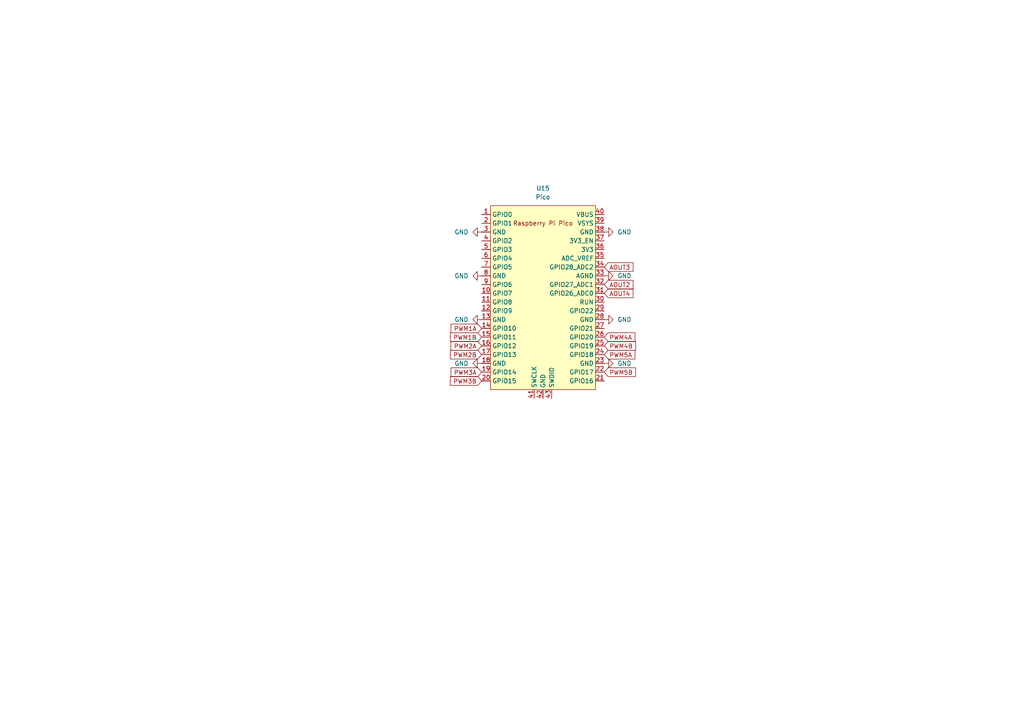
<source format=kicad_sch>
(kicad_sch (version 20231120) (generator "eeschema") (generator_version "8.0")
  (paper "A4")
  (lib_symbols
    (symbol "MCU_RaspberryPi_and_Boards:Pico"
      (property "Reference" "U" (at -13.97 27.94 0))
      (property "Value" "Pico" (at 0 19.05 0))
      (symbol "Pico_0_0"
        (text "Raspberry Pi Pico" (at 0 21.59 0) (effects (font (size 1.27 1.27))))
      )
      (symbol "Pico_0_1"
        (rectangle (start -15.24 26.67) (end 15.24 -26.67) (fill (type background)))
      )
      (symbol "Pico_1_1"
        (pin bidirectional line (at -17.78 24.13 0) (length 2.54) (name "GPIO0") (number "1"))
        (pin bidirectional line (at -17.78 1.27 0) (length 2.54) (name "GPIO7") (number "10"))
        (pin bidirectional line (at -17.78 -1.27 0) (length 2.54) (name "GPIO8") (number "11"))
        (pin bidirectional line (at -17.78 -3.81 0) (length 2.54) (name "GPIO9") (number "12"))
        (pin power_in line (at -17.78 -6.35 0) (length 2.54) (name "GND") (number "13"))
        (pin bidirectional line (at -17.78 -8.89 0) (length 2.54) (name "GPIO10") (number "14"))
        (pin bidirectional line (at -17.78 -11.43 0) (length 2.54) (name "GPIO11") (number "15"))
        (pin bidirectional line (at -17.78 -13.97 0) (length 2.54) (name "GPIO12") (number "16"))
        (pin bidirectional line (at -17.78 -16.51 0) (length 2.54) (name "GPIO13") (number "17"))
        (pin power_in line (at -17.78 -19.05 0) (length 2.54) (name "GND") (number "18"))
        (pin bidirectional line (at -17.78 -21.59 0) (length 2.54) (name "GPIO14") (number "19"))
        (pin bidirectional line (at -17.78 21.59 0) (length 2.54) (name "GPIO1") (number "2"))
        (pin bidirectional line (at -17.78 -24.13 0) (length 2.54) (name "GPIO15") (number "20"))
        (pin bidirectional line (at 17.78 -24.13 180) (length 2.54) (name "GPIO16") (number "21"))
        (pin bidirectional line (at 17.78 -21.59 180) (length 2.54) (name "GPIO17") (number "22"))
        (pin power_in line (at 17.78 -19.05 180) (length 2.54) (name "GND") (number "23"))
        (pin bidirectional line (at 17.78 -16.51 180) (length 2.54) (name "GPIO18") (number "24"))
        (pin bidirectional line (at 17.78 -13.97 180) (length 2.54) (name "GPIO19") (number "25"))
        (pin bidirectional line (at 17.78 -11.43 180) (length 2.54) (name "GPIO20") (number "26"))
        (pin bidirectional line (at 17.78 -8.89 180) (length 2.54) (name "GPIO21") (number "27"))
        (pin power_in line (at 17.78 -6.35 180) (length 2.54) (name "GND") (number "28"))
        (pin bidirectional line (at 17.78 -3.81 180) (length 2.54) (name "GPIO22") (number "29"))
        (pin power_in line (at -17.78 19.05 0) (length 2.54) (name "GND") (number "3"))
        (pin input line (at 17.78 -1.27 180) (length 2.54) (name "RUN") (number "30"))
        (pin bidirectional line (at 17.78 1.27 180) (length 2.54) (name "GPIO26_ADC0") (number "31"))
        (pin bidirectional line (at 17.78 3.81 180) (length 2.54) (name "GPIO27_ADC1") (number "32"))
        (pin power_in line (at 17.78 6.35 180) (length 2.54) (name "AGND") (number "33"))
        (pin bidirectional line (at 17.78 8.89 180) (length 2.54) (name "GPIO28_ADC2") (number "34"))
        (pin power_in line (at 17.78 11.43 180) (length 2.54) (name "ADC_VREF") (number "35"))
        (pin power_in line (at 17.78 13.97 180) (length 2.54) (name "3V3") (number "36"))
        (pin input line (at 17.78 16.51 180) (length 2.54) (name "3V3_EN") (number "37"))
        (pin bidirectional line (at 17.78 19.05 180) (length 2.54) (name "GND") (number "38"))
        (pin power_in line (at 17.78 21.59 180) (length 2.54) (name "VSYS") (number "39"))
        (pin bidirectional line (at -17.78 16.51 0) (length 2.54) (name "GPIO2") (number "4"))
        (pin power_in line (at 17.78 24.13 180) (length 2.54) (name "VBUS") (number "40"))
        (pin input line (at -2.54 -29.21 90) (length 2.54) (name "SWCLK") (number "41"))
        (pin power_in line (at 0 -29.21 90) (length 2.54) (name "GND") (number "42"))
        (pin bidirectional line (at 2.54 -29.21 90) (length 2.54) (name "SWDIO") (number "43"))
        (pin bidirectional line (at -17.78 13.97 0) (length 2.54) (name "GPIO3") (number "5"))
        (pin bidirectional line (at -17.78 11.43 0) (length 2.54) (name "GPIO4") (number "6"))
        (pin bidirectional line (at -17.78 8.89 0) (length 2.54) (name "GPIO5") (number "7"))
        (pin power_in line (at -17.78 6.35 0) (length 2.54) (name "GND") (number "8"))
        (pin bidirectional line (at -17.78 3.81 0) (length 2.54) (name "GPIO6") (number "9"))
      )
    )
    (symbol "power:GND" (power) (pin_numbers hide) (pin_names (offset 0) hide)
      (property "Value" "GND" (at 0 -3.81 0))
      (symbol "GND_0_1"
        (polyline (pts (xy 0 0) (xy 0 -1.27) (xy 1.27 -1.27) (xy 0 -2.54) (xy -1.27 -1.27) (xy 0 -1.27)))
      )
      (symbol "GND_1_1"
        (pin power_in line (at 0 0 270) (length 0) (name "~") (number "1"))
      )
    )
  )
  (global_label "AOUT4" (shape input) (at 175.26 85.09 0) (property "Intersheetrefs" "${INTERSHEET_REFS}" (effects (hide yes))))
  (global_label "AOUT3" (shape input) (at 175.26 77.47 0) (property "Intersheetrefs" "${INTERSHEET_REFS}" (effects (hide yes))))
  (global_label "PWM1B" (shape input) (at 139.7 97.79 180) (property "Intersheetrefs" "${INTERSHEET_REFS}" (effects (hide yes))))
  (global_label "PWM2A" (shape input) (at 139.7 100.33 180) (property "Intersheetrefs" "${INTERSHEET_REFS}" (effects (hide yes))))
  (global_label "PWM2B" (shape input) (at 139.7 102.87 180) (property "Intersheetrefs" "${INTERSHEET_REFS}" (effects (hide yes))))
  (global_label "PWM3A" (shape input) (at 139.7 107.95 180) (property "Intersheetrefs" "${INTERSHEET_REFS}" (effects (hide yes))))
  (global_label "PWM5A" (shape input) (at 175.26 102.87 0) (property "Intersheetrefs" "${INTERSHEET_REFS}" (effects (hide yes))))
  (global_label "PWM3B" (shape input) (at 139.7 110.49 180) (property "Intersheetrefs" "${INTERSHEET_REFS}" (effects (hide yes))))
  (global_label "PWM5B" (shape input) (at 175.26 107.95 0) (property "Intersheetrefs" "${INTERSHEET_REFS}" (effects (hide yes))))
  (global_label "AOUT2" (shape input) (at 175.26 82.55 0) (property "Intersheetrefs" "${INTERSHEET_REFS}" (effects (hide yes))))
  (global_label "PWM1A" (shape input) (at 139.7 95.25 180) (property "Intersheetrefs" "${INTERSHEET_REFS}" (effects (hide yes))))
  (global_label "PWM4B" (shape input) (at 175.26 100.33 0) (property "Intersheetrefs" "${INTERSHEET_REFS}" (effects (hide yes))))
  (global_label "PWM4A" (shape input) (at 175.26 97.79 0) (property "Intersheetrefs" "${INTERSHEET_REFS}" (effects (hide yes))))
  (symbol (lib_id "power:GND") (at 175.26 80.01 90) (unit 1)
    (property "Reference" "#PWR0116" (effects (hide yes)))
    (property "Value" "GND" (at 179.07 80.0099 90) (effects (justify right)))
    (property "Description" "Power symbol creates a global label with name \"GND\" , ground" (effects (hide yes)))
  )
  (symbol (lib_id "power:GND") (at 139.7 92.71 270) (unit 1)
    (property "Reference" "#PWR0113" (effects (hide yes)))
    (property "Value" "GND" (at 135.89 92.7099 90) (effects (justify right)))
    (property "Description" "Power symbol creates a global label with name \"GND\" , ground" (effects (hide yes)))
  )
  (symbol (lib_id "MCU_RaspberryPi_and_Boards:Pico") (at 157.48 86.36 0) (unit 1)
    (property "Reference" "U15" (at 157.48 54.61 0))
    (property "Value" "Pico" (at 157.48 57.15 0))
    (property "Footprint" "MCU_RaspberryPi_and_Boards:RPi_Pico_SMD_TH" (effects (hide yes)))
  )
  (symbol (lib_id "power:GND") (at 139.7 80.01 270) (unit 1)
    (property "Reference" "#PWR0111" (effects (hide yes)))
    (property "Value" "GND" (at 135.89 80.0099 90) (effects (justify right)))
    (property "Description" "Power symbol creates a global label with name \"GND\" , ground" (effects (hide yes)))
  )
  (symbol (lib_id "power:GND") (at 175.26 105.41 90) (unit 1)
    (property "Reference" "#PWR0114" (effects (hide yes)))
    (property "Value" "GND" (at 179.07 105.4099 90) (effects (justify right)))
    (property "Description" "Power symbol creates a global label with name \"GND\" , ground" (effects (hide yes)))
  )
  (symbol (lib_id "power:GND") (at 175.26 92.71 90) (unit 1)
    (property "Reference" "#PWR0115" (effects (hide yes)))
    (property "Value" "GND" (at 179.07 92.7099 90) (effects (justify right)))
    (property "Description" "Power symbol creates a global label with name \"GND\" , ground" (effects (hide yes)))
  )
  (symbol (lib_id "power:GND") (at 175.26 67.31 90) (unit 1)
    (property "Reference" "#PWR0117" (effects (hide yes)))
    (property "Value" "GND" (at 179.07 67.3099 90) (effects (justify right)))
    (property "Description" "Power symbol creates a global label with name \"GND\" , ground" (effects (hide yes)))
  )
  (symbol (lib_id "power:GND") (at 139.7 67.31 270) (unit 1)
    (property "Reference" "#PWR0110" (effects (hide yes)))
    (property "Value" "GND" (at 135.89 67.3099 90) (effects (justify right)))
    (property "Description" "Power symbol creates a global label with name \"GND\" , ground" (effects (hide yes)))
  )
  (symbol (lib_id "power:GND") (at 139.7 105.41 270) (unit 1)
    (property "Reference" "#PWR0112" (effects (hide yes)))
    (property "Value" "GND" (at 135.89 105.4099 90) (effects (justify right)))
    (property "Description" "Power symbol creates a global label with name \"GND\" , ground" (effects (hide yes)))
  )
)
</source>
